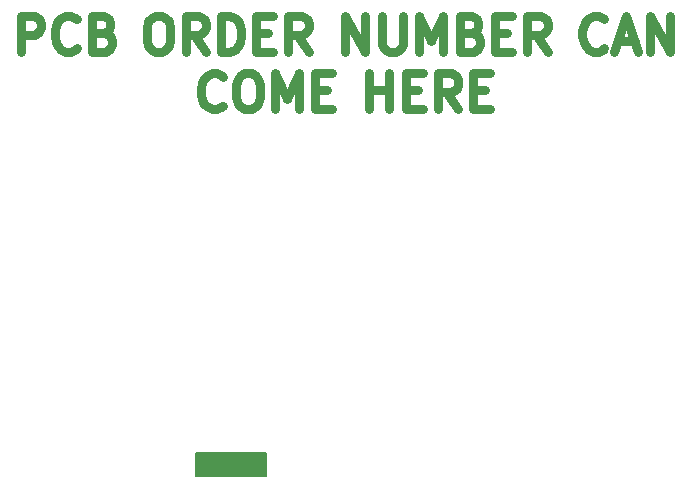
<source format=gbr>
%TF.GenerationSoftware,KiCad,Pcbnew,(7.0.0)*%
%TF.CreationDate,2024-12-03T23:26:00+05:30*%
%TF.ProjectId,IEEE CAS Logo,49454545-2043-4415-9320-4c6f676f2e6b,rev?*%
%TF.SameCoordinates,Original*%
%TF.FileFunction,Other,Comment*%
%FSLAX46Y46*%
G04 Gerber Fmt 4.6, Leading zero omitted, Abs format (unit mm)*
G04 Created by KiCad (PCBNEW (7.0.0)) date 2024-12-03 23:26:00*
%MOMM*%
%LPD*%
G01*
G04 APERTURE LIST*
%ADD10C,0.150000*%
%ADD11C,0.750000*%
G04 APERTURE END LIST*
D10*
X128300000Y-103650000D02*
X134300000Y-103650000D01*
X134300000Y-103650000D02*
X134300000Y-105650000D01*
X134300000Y-105650000D02*
X128300000Y-105650000D01*
X128300000Y-105650000D02*
X128300000Y-103650000D01*
G36*
X128300000Y-103650000D02*
G01*
X134300000Y-103650000D01*
X134300000Y-105650000D01*
X128300000Y-105650000D01*
X128300000Y-103650000D01*
G37*
D11*
X113514285Y-69672142D02*
X113514285Y-66672142D01*
X113514285Y-66672142D02*
X114657142Y-66672142D01*
X114657142Y-66672142D02*
X114942857Y-66815000D01*
X114942857Y-66815000D02*
X115085714Y-66957857D01*
X115085714Y-66957857D02*
X115228571Y-67243571D01*
X115228571Y-67243571D02*
X115228571Y-67672142D01*
X115228571Y-67672142D02*
X115085714Y-67957857D01*
X115085714Y-67957857D02*
X114942857Y-68100714D01*
X114942857Y-68100714D02*
X114657142Y-68243571D01*
X114657142Y-68243571D02*
X113514285Y-68243571D01*
X118228571Y-69386428D02*
X118085714Y-69529285D01*
X118085714Y-69529285D02*
X117657142Y-69672142D01*
X117657142Y-69672142D02*
X117371428Y-69672142D01*
X117371428Y-69672142D02*
X116942857Y-69529285D01*
X116942857Y-69529285D02*
X116657142Y-69243571D01*
X116657142Y-69243571D02*
X116514285Y-68957857D01*
X116514285Y-68957857D02*
X116371428Y-68386428D01*
X116371428Y-68386428D02*
X116371428Y-67957857D01*
X116371428Y-67957857D02*
X116514285Y-67386428D01*
X116514285Y-67386428D02*
X116657142Y-67100714D01*
X116657142Y-67100714D02*
X116942857Y-66815000D01*
X116942857Y-66815000D02*
X117371428Y-66672142D01*
X117371428Y-66672142D02*
X117657142Y-66672142D01*
X117657142Y-66672142D02*
X118085714Y-66815000D01*
X118085714Y-66815000D02*
X118228571Y-66957857D01*
X120514285Y-68100714D02*
X120942857Y-68243571D01*
X120942857Y-68243571D02*
X121085714Y-68386428D01*
X121085714Y-68386428D02*
X121228571Y-68672142D01*
X121228571Y-68672142D02*
X121228571Y-69100714D01*
X121228571Y-69100714D02*
X121085714Y-69386428D01*
X121085714Y-69386428D02*
X120942857Y-69529285D01*
X120942857Y-69529285D02*
X120657142Y-69672142D01*
X120657142Y-69672142D02*
X119514285Y-69672142D01*
X119514285Y-69672142D02*
X119514285Y-66672142D01*
X119514285Y-66672142D02*
X120514285Y-66672142D01*
X120514285Y-66672142D02*
X120800000Y-66815000D01*
X120800000Y-66815000D02*
X120942857Y-66957857D01*
X120942857Y-66957857D02*
X121085714Y-67243571D01*
X121085714Y-67243571D02*
X121085714Y-67529285D01*
X121085714Y-67529285D02*
X120942857Y-67815000D01*
X120942857Y-67815000D02*
X120800000Y-67957857D01*
X120800000Y-67957857D02*
X120514285Y-68100714D01*
X120514285Y-68100714D02*
X119514285Y-68100714D01*
X124885714Y-66672142D02*
X125457142Y-66672142D01*
X125457142Y-66672142D02*
X125742857Y-66815000D01*
X125742857Y-66815000D02*
X126028571Y-67100714D01*
X126028571Y-67100714D02*
X126171428Y-67672142D01*
X126171428Y-67672142D02*
X126171428Y-68672142D01*
X126171428Y-68672142D02*
X126028571Y-69243571D01*
X126028571Y-69243571D02*
X125742857Y-69529285D01*
X125742857Y-69529285D02*
X125457142Y-69672142D01*
X125457142Y-69672142D02*
X124885714Y-69672142D01*
X124885714Y-69672142D02*
X124600000Y-69529285D01*
X124600000Y-69529285D02*
X124314285Y-69243571D01*
X124314285Y-69243571D02*
X124171428Y-68672142D01*
X124171428Y-68672142D02*
X124171428Y-67672142D01*
X124171428Y-67672142D02*
X124314285Y-67100714D01*
X124314285Y-67100714D02*
X124600000Y-66815000D01*
X124600000Y-66815000D02*
X124885714Y-66672142D01*
X129171428Y-69672142D02*
X128171428Y-68243571D01*
X127457142Y-69672142D02*
X127457142Y-66672142D01*
X127457142Y-66672142D02*
X128599999Y-66672142D01*
X128599999Y-66672142D02*
X128885714Y-66815000D01*
X128885714Y-66815000D02*
X129028571Y-66957857D01*
X129028571Y-66957857D02*
X129171428Y-67243571D01*
X129171428Y-67243571D02*
X129171428Y-67672142D01*
X129171428Y-67672142D02*
X129028571Y-67957857D01*
X129028571Y-67957857D02*
X128885714Y-68100714D01*
X128885714Y-68100714D02*
X128599999Y-68243571D01*
X128599999Y-68243571D02*
X127457142Y-68243571D01*
X130457142Y-69672142D02*
X130457142Y-66672142D01*
X130457142Y-66672142D02*
X131171428Y-66672142D01*
X131171428Y-66672142D02*
X131599999Y-66815000D01*
X131599999Y-66815000D02*
X131885714Y-67100714D01*
X131885714Y-67100714D02*
X132028571Y-67386428D01*
X132028571Y-67386428D02*
X132171428Y-67957857D01*
X132171428Y-67957857D02*
X132171428Y-68386428D01*
X132171428Y-68386428D02*
X132028571Y-68957857D01*
X132028571Y-68957857D02*
X131885714Y-69243571D01*
X131885714Y-69243571D02*
X131599999Y-69529285D01*
X131599999Y-69529285D02*
X131171428Y-69672142D01*
X131171428Y-69672142D02*
X130457142Y-69672142D01*
X133457142Y-68100714D02*
X134457142Y-68100714D01*
X134885714Y-69672142D02*
X133457142Y-69672142D01*
X133457142Y-69672142D02*
X133457142Y-66672142D01*
X133457142Y-66672142D02*
X134885714Y-66672142D01*
X137885714Y-69672142D02*
X136885714Y-68243571D01*
X136171428Y-69672142D02*
X136171428Y-66672142D01*
X136171428Y-66672142D02*
X137314285Y-66672142D01*
X137314285Y-66672142D02*
X137600000Y-66815000D01*
X137600000Y-66815000D02*
X137742857Y-66957857D01*
X137742857Y-66957857D02*
X137885714Y-67243571D01*
X137885714Y-67243571D02*
X137885714Y-67672142D01*
X137885714Y-67672142D02*
X137742857Y-67957857D01*
X137742857Y-67957857D02*
X137600000Y-68100714D01*
X137600000Y-68100714D02*
X137314285Y-68243571D01*
X137314285Y-68243571D02*
X136171428Y-68243571D01*
X140971428Y-69672142D02*
X140971428Y-66672142D01*
X140971428Y-66672142D02*
X142685714Y-69672142D01*
X142685714Y-69672142D02*
X142685714Y-66672142D01*
X144114285Y-66672142D02*
X144114285Y-69100714D01*
X144114285Y-69100714D02*
X144257142Y-69386428D01*
X144257142Y-69386428D02*
X144400000Y-69529285D01*
X144400000Y-69529285D02*
X144685714Y-69672142D01*
X144685714Y-69672142D02*
X145257142Y-69672142D01*
X145257142Y-69672142D02*
X145542857Y-69529285D01*
X145542857Y-69529285D02*
X145685714Y-69386428D01*
X145685714Y-69386428D02*
X145828571Y-69100714D01*
X145828571Y-69100714D02*
X145828571Y-66672142D01*
X147257142Y-69672142D02*
X147257142Y-66672142D01*
X147257142Y-66672142D02*
X148257142Y-68815000D01*
X148257142Y-68815000D02*
X149257142Y-66672142D01*
X149257142Y-66672142D02*
X149257142Y-69672142D01*
X151685713Y-68100714D02*
X152114285Y-68243571D01*
X152114285Y-68243571D02*
X152257142Y-68386428D01*
X152257142Y-68386428D02*
X152399999Y-68672142D01*
X152399999Y-68672142D02*
X152399999Y-69100714D01*
X152399999Y-69100714D02*
X152257142Y-69386428D01*
X152257142Y-69386428D02*
X152114285Y-69529285D01*
X152114285Y-69529285D02*
X151828570Y-69672142D01*
X151828570Y-69672142D02*
X150685713Y-69672142D01*
X150685713Y-69672142D02*
X150685713Y-66672142D01*
X150685713Y-66672142D02*
X151685713Y-66672142D01*
X151685713Y-66672142D02*
X151971428Y-66815000D01*
X151971428Y-66815000D02*
X152114285Y-66957857D01*
X152114285Y-66957857D02*
X152257142Y-67243571D01*
X152257142Y-67243571D02*
X152257142Y-67529285D01*
X152257142Y-67529285D02*
X152114285Y-67815000D01*
X152114285Y-67815000D02*
X151971428Y-67957857D01*
X151971428Y-67957857D02*
X151685713Y-68100714D01*
X151685713Y-68100714D02*
X150685713Y-68100714D01*
X153685713Y-68100714D02*
X154685713Y-68100714D01*
X155114285Y-69672142D02*
X153685713Y-69672142D01*
X153685713Y-69672142D02*
X153685713Y-66672142D01*
X153685713Y-66672142D02*
X155114285Y-66672142D01*
X158114285Y-69672142D02*
X157114285Y-68243571D01*
X156399999Y-69672142D02*
X156399999Y-66672142D01*
X156399999Y-66672142D02*
X157542856Y-66672142D01*
X157542856Y-66672142D02*
X157828571Y-66815000D01*
X157828571Y-66815000D02*
X157971428Y-66957857D01*
X157971428Y-66957857D02*
X158114285Y-67243571D01*
X158114285Y-67243571D02*
X158114285Y-67672142D01*
X158114285Y-67672142D02*
X157971428Y-67957857D01*
X157971428Y-67957857D02*
X157828571Y-68100714D01*
X157828571Y-68100714D02*
X157542856Y-68243571D01*
X157542856Y-68243571D02*
X156399999Y-68243571D01*
X162914285Y-69386428D02*
X162771428Y-69529285D01*
X162771428Y-69529285D02*
X162342856Y-69672142D01*
X162342856Y-69672142D02*
X162057142Y-69672142D01*
X162057142Y-69672142D02*
X161628571Y-69529285D01*
X161628571Y-69529285D02*
X161342856Y-69243571D01*
X161342856Y-69243571D02*
X161199999Y-68957857D01*
X161199999Y-68957857D02*
X161057142Y-68386428D01*
X161057142Y-68386428D02*
X161057142Y-67957857D01*
X161057142Y-67957857D02*
X161199999Y-67386428D01*
X161199999Y-67386428D02*
X161342856Y-67100714D01*
X161342856Y-67100714D02*
X161628571Y-66815000D01*
X161628571Y-66815000D02*
X162057142Y-66672142D01*
X162057142Y-66672142D02*
X162342856Y-66672142D01*
X162342856Y-66672142D02*
X162771428Y-66815000D01*
X162771428Y-66815000D02*
X162914285Y-66957857D01*
X164057142Y-68815000D02*
X165485714Y-68815000D01*
X163771428Y-69672142D02*
X164771428Y-66672142D01*
X164771428Y-66672142D02*
X165771428Y-69672142D01*
X166771428Y-69672142D02*
X166771428Y-66672142D01*
X166771428Y-66672142D02*
X168485714Y-69672142D01*
X168485714Y-69672142D02*
X168485714Y-66672142D01*
X130600000Y-74246428D02*
X130457143Y-74389285D01*
X130457143Y-74389285D02*
X130028571Y-74532142D01*
X130028571Y-74532142D02*
X129742857Y-74532142D01*
X129742857Y-74532142D02*
X129314286Y-74389285D01*
X129314286Y-74389285D02*
X129028571Y-74103571D01*
X129028571Y-74103571D02*
X128885714Y-73817857D01*
X128885714Y-73817857D02*
X128742857Y-73246428D01*
X128742857Y-73246428D02*
X128742857Y-72817857D01*
X128742857Y-72817857D02*
X128885714Y-72246428D01*
X128885714Y-72246428D02*
X129028571Y-71960714D01*
X129028571Y-71960714D02*
X129314286Y-71675000D01*
X129314286Y-71675000D02*
X129742857Y-71532142D01*
X129742857Y-71532142D02*
X130028571Y-71532142D01*
X130028571Y-71532142D02*
X130457143Y-71675000D01*
X130457143Y-71675000D02*
X130600000Y-71817857D01*
X132457143Y-71532142D02*
X133028571Y-71532142D01*
X133028571Y-71532142D02*
X133314286Y-71675000D01*
X133314286Y-71675000D02*
X133600000Y-71960714D01*
X133600000Y-71960714D02*
X133742857Y-72532142D01*
X133742857Y-72532142D02*
X133742857Y-73532142D01*
X133742857Y-73532142D02*
X133600000Y-74103571D01*
X133600000Y-74103571D02*
X133314286Y-74389285D01*
X133314286Y-74389285D02*
X133028571Y-74532142D01*
X133028571Y-74532142D02*
X132457143Y-74532142D01*
X132457143Y-74532142D02*
X132171429Y-74389285D01*
X132171429Y-74389285D02*
X131885714Y-74103571D01*
X131885714Y-74103571D02*
X131742857Y-73532142D01*
X131742857Y-73532142D02*
X131742857Y-72532142D01*
X131742857Y-72532142D02*
X131885714Y-71960714D01*
X131885714Y-71960714D02*
X132171429Y-71675000D01*
X132171429Y-71675000D02*
X132457143Y-71532142D01*
X135028571Y-74532142D02*
X135028571Y-71532142D01*
X135028571Y-71532142D02*
X136028571Y-73675000D01*
X136028571Y-73675000D02*
X137028571Y-71532142D01*
X137028571Y-71532142D02*
X137028571Y-74532142D01*
X138457142Y-72960714D02*
X139457142Y-72960714D01*
X139885714Y-74532142D02*
X138457142Y-74532142D01*
X138457142Y-74532142D02*
X138457142Y-71532142D01*
X138457142Y-71532142D02*
X139885714Y-71532142D01*
X142971428Y-74532142D02*
X142971428Y-71532142D01*
X142971428Y-72960714D02*
X144685714Y-72960714D01*
X144685714Y-74532142D02*
X144685714Y-71532142D01*
X146114285Y-72960714D02*
X147114285Y-72960714D01*
X147542857Y-74532142D02*
X146114285Y-74532142D01*
X146114285Y-74532142D02*
X146114285Y-71532142D01*
X146114285Y-71532142D02*
X147542857Y-71532142D01*
X150542857Y-74532142D02*
X149542857Y-73103571D01*
X148828571Y-74532142D02*
X148828571Y-71532142D01*
X148828571Y-71532142D02*
X149971428Y-71532142D01*
X149971428Y-71532142D02*
X150257143Y-71675000D01*
X150257143Y-71675000D02*
X150400000Y-71817857D01*
X150400000Y-71817857D02*
X150542857Y-72103571D01*
X150542857Y-72103571D02*
X150542857Y-72532142D01*
X150542857Y-72532142D02*
X150400000Y-72817857D01*
X150400000Y-72817857D02*
X150257143Y-72960714D01*
X150257143Y-72960714D02*
X149971428Y-73103571D01*
X149971428Y-73103571D02*
X148828571Y-73103571D01*
X151828571Y-72960714D02*
X152828571Y-72960714D01*
X153257143Y-74532142D02*
X151828571Y-74532142D01*
X151828571Y-74532142D02*
X151828571Y-71532142D01*
X151828571Y-71532142D02*
X153257143Y-71532142D01*
M02*

</source>
